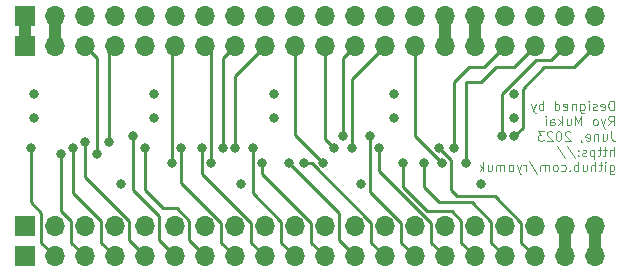
<source format=gbr>
%TF.GenerationSoftware,KiCad,Pcbnew,7.0.2*%
%TF.CreationDate,2023-06-15T20:21:22+09:00*%
%TF.ProjectId,TangNano5V,54616e67-4e61-46e6-9f35-562e6b696361,rev?*%
%TF.SameCoordinates,Original*%
%TF.FileFunction,Copper,L4,Bot*%
%TF.FilePolarity,Positive*%
%FSLAX46Y46*%
G04 Gerber Fmt 4.6, Leading zero omitted, Abs format (unit mm)*
G04 Created by KiCad (PCBNEW 7.0.2) date 2023-06-15 20:21:22*
%MOMM*%
%LPD*%
G01*
G04 APERTURE LIST*
%ADD10C,0.120000*%
%TA.AperFunction,NonConductor*%
%ADD11C,0.120000*%
%TD*%
%TA.AperFunction,ComponentPad*%
%ADD12R,1.700000X1.700000*%
%TD*%
%TA.AperFunction,ComponentPad*%
%ADD13O,1.700000X1.700000*%
%TD*%
%TA.AperFunction,ViaPad*%
%ADD14C,0.800000*%
%TD*%
%TA.AperFunction,Conductor*%
%ADD15C,0.250000*%
%TD*%
%TA.AperFunction,Conductor*%
%ADD16C,1.000000*%
%TD*%
G04 APERTURE END LIST*
D10*
D11*
X52387523Y-10466095D02*
X52387523Y-9666095D01*
X52387523Y-9666095D02*
X52197047Y-9666095D01*
X52197047Y-9666095D02*
X52082761Y-9704190D01*
X52082761Y-9704190D02*
X52006571Y-9780380D01*
X52006571Y-9780380D02*
X51968476Y-9856571D01*
X51968476Y-9856571D02*
X51930380Y-10008952D01*
X51930380Y-10008952D02*
X51930380Y-10123238D01*
X51930380Y-10123238D02*
X51968476Y-10275619D01*
X51968476Y-10275619D02*
X52006571Y-10351809D01*
X52006571Y-10351809D02*
X52082761Y-10428000D01*
X52082761Y-10428000D02*
X52197047Y-10466095D01*
X52197047Y-10466095D02*
X52387523Y-10466095D01*
X51282761Y-10428000D02*
X51358952Y-10466095D01*
X51358952Y-10466095D02*
X51511333Y-10466095D01*
X51511333Y-10466095D02*
X51587523Y-10428000D01*
X51587523Y-10428000D02*
X51625619Y-10351809D01*
X51625619Y-10351809D02*
X51625619Y-10047047D01*
X51625619Y-10047047D02*
X51587523Y-9970857D01*
X51587523Y-9970857D02*
X51511333Y-9932761D01*
X51511333Y-9932761D02*
X51358952Y-9932761D01*
X51358952Y-9932761D02*
X51282761Y-9970857D01*
X51282761Y-9970857D02*
X51244666Y-10047047D01*
X51244666Y-10047047D02*
X51244666Y-10123238D01*
X51244666Y-10123238D02*
X51625619Y-10199428D01*
X50939905Y-10428000D02*
X50863714Y-10466095D01*
X50863714Y-10466095D02*
X50711333Y-10466095D01*
X50711333Y-10466095D02*
X50635143Y-10428000D01*
X50635143Y-10428000D02*
X50597047Y-10351809D01*
X50597047Y-10351809D02*
X50597047Y-10313714D01*
X50597047Y-10313714D02*
X50635143Y-10237523D01*
X50635143Y-10237523D02*
X50711333Y-10199428D01*
X50711333Y-10199428D02*
X50825619Y-10199428D01*
X50825619Y-10199428D02*
X50901809Y-10161333D01*
X50901809Y-10161333D02*
X50939905Y-10085142D01*
X50939905Y-10085142D02*
X50939905Y-10047047D01*
X50939905Y-10047047D02*
X50901809Y-9970857D01*
X50901809Y-9970857D02*
X50825619Y-9932761D01*
X50825619Y-9932761D02*
X50711333Y-9932761D01*
X50711333Y-9932761D02*
X50635143Y-9970857D01*
X50254190Y-10466095D02*
X50254190Y-9932761D01*
X50254190Y-9666095D02*
X50292286Y-9704190D01*
X50292286Y-9704190D02*
X50254190Y-9742285D01*
X50254190Y-9742285D02*
X50216095Y-9704190D01*
X50216095Y-9704190D02*
X50254190Y-9666095D01*
X50254190Y-9666095D02*
X50254190Y-9742285D01*
X49530381Y-9932761D02*
X49530381Y-10580380D01*
X49530381Y-10580380D02*
X49568476Y-10656571D01*
X49568476Y-10656571D02*
X49606572Y-10694666D01*
X49606572Y-10694666D02*
X49682762Y-10732761D01*
X49682762Y-10732761D02*
X49797048Y-10732761D01*
X49797048Y-10732761D02*
X49873238Y-10694666D01*
X49530381Y-10428000D02*
X49606572Y-10466095D01*
X49606572Y-10466095D02*
X49758953Y-10466095D01*
X49758953Y-10466095D02*
X49835143Y-10428000D01*
X49835143Y-10428000D02*
X49873238Y-10389904D01*
X49873238Y-10389904D02*
X49911334Y-10313714D01*
X49911334Y-10313714D02*
X49911334Y-10085142D01*
X49911334Y-10085142D02*
X49873238Y-10008952D01*
X49873238Y-10008952D02*
X49835143Y-9970857D01*
X49835143Y-9970857D02*
X49758953Y-9932761D01*
X49758953Y-9932761D02*
X49606572Y-9932761D01*
X49606572Y-9932761D02*
X49530381Y-9970857D01*
X49149428Y-9932761D02*
X49149428Y-10466095D01*
X49149428Y-10008952D02*
X49111333Y-9970857D01*
X49111333Y-9970857D02*
X49035143Y-9932761D01*
X49035143Y-9932761D02*
X48920857Y-9932761D01*
X48920857Y-9932761D02*
X48844666Y-9970857D01*
X48844666Y-9970857D02*
X48806571Y-10047047D01*
X48806571Y-10047047D02*
X48806571Y-10466095D01*
X48120856Y-10428000D02*
X48197047Y-10466095D01*
X48197047Y-10466095D02*
X48349428Y-10466095D01*
X48349428Y-10466095D02*
X48425618Y-10428000D01*
X48425618Y-10428000D02*
X48463714Y-10351809D01*
X48463714Y-10351809D02*
X48463714Y-10047047D01*
X48463714Y-10047047D02*
X48425618Y-9970857D01*
X48425618Y-9970857D02*
X48349428Y-9932761D01*
X48349428Y-9932761D02*
X48197047Y-9932761D01*
X48197047Y-9932761D02*
X48120856Y-9970857D01*
X48120856Y-9970857D02*
X48082761Y-10047047D01*
X48082761Y-10047047D02*
X48082761Y-10123238D01*
X48082761Y-10123238D02*
X48463714Y-10199428D01*
X47397047Y-10466095D02*
X47397047Y-9666095D01*
X47397047Y-10428000D02*
X47473238Y-10466095D01*
X47473238Y-10466095D02*
X47625619Y-10466095D01*
X47625619Y-10466095D02*
X47701809Y-10428000D01*
X47701809Y-10428000D02*
X47739904Y-10389904D01*
X47739904Y-10389904D02*
X47778000Y-10313714D01*
X47778000Y-10313714D02*
X47778000Y-10085142D01*
X47778000Y-10085142D02*
X47739904Y-10008952D01*
X47739904Y-10008952D02*
X47701809Y-9970857D01*
X47701809Y-9970857D02*
X47625619Y-9932761D01*
X47625619Y-9932761D02*
X47473238Y-9932761D01*
X47473238Y-9932761D02*
X47397047Y-9970857D01*
X46406570Y-10466095D02*
X46406570Y-9666095D01*
X46406570Y-9970857D02*
X46330380Y-9932761D01*
X46330380Y-9932761D02*
X46177999Y-9932761D01*
X46177999Y-9932761D02*
X46101808Y-9970857D01*
X46101808Y-9970857D02*
X46063713Y-10008952D01*
X46063713Y-10008952D02*
X46025618Y-10085142D01*
X46025618Y-10085142D02*
X46025618Y-10313714D01*
X46025618Y-10313714D02*
X46063713Y-10389904D01*
X46063713Y-10389904D02*
X46101808Y-10428000D01*
X46101808Y-10428000D02*
X46177999Y-10466095D01*
X46177999Y-10466095D02*
X46330380Y-10466095D01*
X46330380Y-10466095D02*
X46406570Y-10428000D01*
X45758951Y-9932761D02*
X45568475Y-10466095D01*
X45377998Y-9932761D02*
X45568475Y-10466095D01*
X45568475Y-10466095D02*
X45644665Y-10656571D01*
X45644665Y-10656571D02*
X45682760Y-10694666D01*
X45682760Y-10694666D02*
X45758951Y-10732761D01*
X51930380Y-11762095D02*
X52197047Y-11381142D01*
X52387523Y-11762095D02*
X52387523Y-10962095D01*
X52387523Y-10962095D02*
X52082761Y-10962095D01*
X52082761Y-10962095D02*
X52006571Y-11000190D01*
X52006571Y-11000190D02*
X51968476Y-11038285D01*
X51968476Y-11038285D02*
X51930380Y-11114476D01*
X51930380Y-11114476D02*
X51930380Y-11228761D01*
X51930380Y-11228761D02*
X51968476Y-11304952D01*
X51968476Y-11304952D02*
X52006571Y-11343047D01*
X52006571Y-11343047D02*
X52082761Y-11381142D01*
X52082761Y-11381142D02*
X52387523Y-11381142D01*
X51663714Y-11228761D02*
X51473238Y-11762095D01*
X51282761Y-11228761D02*
X51473238Y-11762095D01*
X51473238Y-11762095D02*
X51549428Y-11952571D01*
X51549428Y-11952571D02*
X51587523Y-11990666D01*
X51587523Y-11990666D02*
X51663714Y-12028761D01*
X50863714Y-11762095D02*
X50939904Y-11724000D01*
X50939904Y-11724000D02*
X50977999Y-11685904D01*
X50977999Y-11685904D02*
X51016095Y-11609714D01*
X51016095Y-11609714D02*
X51016095Y-11381142D01*
X51016095Y-11381142D02*
X50977999Y-11304952D01*
X50977999Y-11304952D02*
X50939904Y-11266857D01*
X50939904Y-11266857D02*
X50863714Y-11228761D01*
X50863714Y-11228761D02*
X50749428Y-11228761D01*
X50749428Y-11228761D02*
X50673237Y-11266857D01*
X50673237Y-11266857D02*
X50635142Y-11304952D01*
X50635142Y-11304952D02*
X50597047Y-11381142D01*
X50597047Y-11381142D02*
X50597047Y-11609714D01*
X50597047Y-11609714D02*
X50635142Y-11685904D01*
X50635142Y-11685904D02*
X50673237Y-11724000D01*
X50673237Y-11724000D02*
X50749428Y-11762095D01*
X50749428Y-11762095D02*
X50863714Y-11762095D01*
X49644665Y-11762095D02*
X49644665Y-10962095D01*
X49644665Y-10962095D02*
X49377999Y-11533523D01*
X49377999Y-11533523D02*
X49111332Y-10962095D01*
X49111332Y-10962095D02*
X49111332Y-11762095D01*
X48387522Y-11228761D02*
X48387522Y-11762095D01*
X48730379Y-11228761D02*
X48730379Y-11647809D01*
X48730379Y-11647809D02*
X48692284Y-11724000D01*
X48692284Y-11724000D02*
X48616094Y-11762095D01*
X48616094Y-11762095D02*
X48501808Y-11762095D01*
X48501808Y-11762095D02*
X48425617Y-11724000D01*
X48425617Y-11724000D02*
X48387522Y-11685904D01*
X48006569Y-11762095D02*
X48006569Y-10962095D01*
X47930379Y-11457333D02*
X47701807Y-11762095D01*
X47701807Y-11228761D02*
X48006569Y-11533523D01*
X47016093Y-11762095D02*
X47016093Y-11343047D01*
X47016093Y-11343047D02*
X47054188Y-11266857D01*
X47054188Y-11266857D02*
X47130379Y-11228761D01*
X47130379Y-11228761D02*
X47282760Y-11228761D01*
X47282760Y-11228761D02*
X47358950Y-11266857D01*
X47016093Y-11724000D02*
X47092284Y-11762095D01*
X47092284Y-11762095D02*
X47282760Y-11762095D01*
X47282760Y-11762095D02*
X47358950Y-11724000D01*
X47358950Y-11724000D02*
X47397046Y-11647809D01*
X47397046Y-11647809D02*
X47397046Y-11571619D01*
X47397046Y-11571619D02*
X47358950Y-11495428D01*
X47358950Y-11495428D02*
X47282760Y-11457333D01*
X47282760Y-11457333D02*
X47092284Y-11457333D01*
X47092284Y-11457333D02*
X47016093Y-11419238D01*
X46635140Y-11762095D02*
X46635140Y-11228761D01*
X46635140Y-10962095D02*
X46673236Y-11000190D01*
X46673236Y-11000190D02*
X46635140Y-11038285D01*
X46635140Y-11038285D02*
X46597045Y-11000190D01*
X46597045Y-11000190D02*
X46635140Y-10962095D01*
X46635140Y-10962095D02*
X46635140Y-11038285D01*
X52158952Y-12258095D02*
X52158952Y-12829523D01*
X52158952Y-12829523D02*
X52197047Y-12943809D01*
X52197047Y-12943809D02*
X52273238Y-13020000D01*
X52273238Y-13020000D02*
X52387523Y-13058095D01*
X52387523Y-13058095D02*
X52463714Y-13058095D01*
X51435142Y-12524761D02*
X51435142Y-13058095D01*
X51777999Y-12524761D02*
X51777999Y-12943809D01*
X51777999Y-12943809D02*
X51739904Y-13020000D01*
X51739904Y-13020000D02*
X51663714Y-13058095D01*
X51663714Y-13058095D02*
X51549428Y-13058095D01*
X51549428Y-13058095D02*
X51473237Y-13020000D01*
X51473237Y-13020000D02*
X51435142Y-12981904D01*
X51054189Y-12524761D02*
X51054189Y-13058095D01*
X51054189Y-12600952D02*
X51016094Y-12562857D01*
X51016094Y-12562857D02*
X50939904Y-12524761D01*
X50939904Y-12524761D02*
X50825618Y-12524761D01*
X50825618Y-12524761D02*
X50749427Y-12562857D01*
X50749427Y-12562857D02*
X50711332Y-12639047D01*
X50711332Y-12639047D02*
X50711332Y-13058095D01*
X50025617Y-13020000D02*
X50101808Y-13058095D01*
X50101808Y-13058095D02*
X50254189Y-13058095D01*
X50254189Y-13058095D02*
X50330379Y-13020000D01*
X50330379Y-13020000D02*
X50368475Y-12943809D01*
X50368475Y-12943809D02*
X50368475Y-12639047D01*
X50368475Y-12639047D02*
X50330379Y-12562857D01*
X50330379Y-12562857D02*
X50254189Y-12524761D01*
X50254189Y-12524761D02*
X50101808Y-12524761D01*
X50101808Y-12524761D02*
X50025617Y-12562857D01*
X50025617Y-12562857D02*
X49987522Y-12639047D01*
X49987522Y-12639047D02*
X49987522Y-12715238D01*
X49987522Y-12715238D02*
X50368475Y-12791428D01*
X49606570Y-13020000D02*
X49606570Y-13058095D01*
X49606570Y-13058095D02*
X49644665Y-13134285D01*
X49644665Y-13134285D02*
X49682761Y-13172380D01*
X48692285Y-12334285D02*
X48654189Y-12296190D01*
X48654189Y-12296190D02*
X48577999Y-12258095D01*
X48577999Y-12258095D02*
X48387523Y-12258095D01*
X48387523Y-12258095D02*
X48311332Y-12296190D01*
X48311332Y-12296190D02*
X48273237Y-12334285D01*
X48273237Y-12334285D02*
X48235142Y-12410476D01*
X48235142Y-12410476D02*
X48235142Y-12486666D01*
X48235142Y-12486666D02*
X48273237Y-12600952D01*
X48273237Y-12600952D02*
X48730380Y-13058095D01*
X48730380Y-13058095D02*
X48235142Y-13058095D01*
X47739903Y-12258095D02*
X47663713Y-12258095D01*
X47663713Y-12258095D02*
X47587522Y-12296190D01*
X47587522Y-12296190D02*
X47549427Y-12334285D01*
X47549427Y-12334285D02*
X47511332Y-12410476D01*
X47511332Y-12410476D02*
X47473237Y-12562857D01*
X47473237Y-12562857D02*
X47473237Y-12753333D01*
X47473237Y-12753333D02*
X47511332Y-12905714D01*
X47511332Y-12905714D02*
X47549427Y-12981904D01*
X47549427Y-12981904D02*
X47587522Y-13020000D01*
X47587522Y-13020000D02*
X47663713Y-13058095D01*
X47663713Y-13058095D02*
X47739903Y-13058095D01*
X47739903Y-13058095D02*
X47816094Y-13020000D01*
X47816094Y-13020000D02*
X47854189Y-12981904D01*
X47854189Y-12981904D02*
X47892284Y-12905714D01*
X47892284Y-12905714D02*
X47930380Y-12753333D01*
X47930380Y-12753333D02*
X47930380Y-12562857D01*
X47930380Y-12562857D02*
X47892284Y-12410476D01*
X47892284Y-12410476D02*
X47854189Y-12334285D01*
X47854189Y-12334285D02*
X47816094Y-12296190D01*
X47816094Y-12296190D02*
X47739903Y-12258095D01*
X47168475Y-12334285D02*
X47130379Y-12296190D01*
X47130379Y-12296190D02*
X47054189Y-12258095D01*
X47054189Y-12258095D02*
X46863713Y-12258095D01*
X46863713Y-12258095D02*
X46787522Y-12296190D01*
X46787522Y-12296190D02*
X46749427Y-12334285D01*
X46749427Y-12334285D02*
X46711332Y-12410476D01*
X46711332Y-12410476D02*
X46711332Y-12486666D01*
X46711332Y-12486666D02*
X46749427Y-12600952D01*
X46749427Y-12600952D02*
X47206570Y-13058095D01*
X47206570Y-13058095D02*
X46711332Y-13058095D01*
X46444665Y-12258095D02*
X45949427Y-12258095D01*
X45949427Y-12258095D02*
X46216093Y-12562857D01*
X46216093Y-12562857D02*
X46101808Y-12562857D01*
X46101808Y-12562857D02*
X46025617Y-12600952D01*
X46025617Y-12600952D02*
X45987522Y-12639047D01*
X45987522Y-12639047D02*
X45949427Y-12715238D01*
X45949427Y-12715238D02*
X45949427Y-12905714D01*
X45949427Y-12905714D02*
X45987522Y-12981904D01*
X45987522Y-12981904D02*
X46025617Y-13020000D01*
X46025617Y-13020000D02*
X46101808Y-13058095D01*
X46101808Y-13058095D02*
X46330379Y-13058095D01*
X46330379Y-13058095D02*
X46406570Y-13020000D01*
X46406570Y-13020000D02*
X46444665Y-12981904D01*
X52387523Y-14354095D02*
X52387523Y-13554095D01*
X52044666Y-14354095D02*
X52044666Y-13935047D01*
X52044666Y-13935047D02*
X52082761Y-13858857D01*
X52082761Y-13858857D02*
X52158952Y-13820761D01*
X52158952Y-13820761D02*
X52273238Y-13820761D01*
X52273238Y-13820761D02*
X52349428Y-13858857D01*
X52349428Y-13858857D02*
X52387523Y-13896952D01*
X51777999Y-13820761D02*
X51473237Y-13820761D01*
X51663713Y-13554095D02*
X51663713Y-14239809D01*
X51663713Y-14239809D02*
X51625618Y-14316000D01*
X51625618Y-14316000D02*
X51549428Y-14354095D01*
X51549428Y-14354095D02*
X51473237Y-14354095D01*
X51320856Y-13820761D02*
X51016094Y-13820761D01*
X51206570Y-13554095D02*
X51206570Y-14239809D01*
X51206570Y-14239809D02*
X51168475Y-14316000D01*
X51168475Y-14316000D02*
X51092285Y-14354095D01*
X51092285Y-14354095D02*
X51016094Y-14354095D01*
X50749427Y-13820761D02*
X50749427Y-14620761D01*
X50749427Y-13858857D02*
X50673237Y-13820761D01*
X50673237Y-13820761D02*
X50520856Y-13820761D01*
X50520856Y-13820761D02*
X50444665Y-13858857D01*
X50444665Y-13858857D02*
X50406570Y-13896952D01*
X50406570Y-13896952D02*
X50368475Y-13973142D01*
X50368475Y-13973142D02*
X50368475Y-14201714D01*
X50368475Y-14201714D02*
X50406570Y-14277904D01*
X50406570Y-14277904D02*
X50444665Y-14316000D01*
X50444665Y-14316000D02*
X50520856Y-14354095D01*
X50520856Y-14354095D02*
X50673237Y-14354095D01*
X50673237Y-14354095D02*
X50749427Y-14316000D01*
X50063713Y-14316000D02*
X49987522Y-14354095D01*
X49987522Y-14354095D02*
X49835141Y-14354095D01*
X49835141Y-14354095D02*
X49758951Y-14316000D01*
X49758951Y-14316000D02*
X49720855Y-14239809D01*
X49720855Y-14239809D02*
X49720855Y-14201714D01*
X49720855Y-14201714D02*
X49758951Y-14125523D01*
X49758951Y-14125523D02*
X49835141Y-14087428D01*
X49835141Y-14087428D02*
X49949427Y-14087428D01*
X49949427Y-14087428D02*
X50025617Y-14049333D01*
X50025617Y-14049333D02*
X50063713Y-13973142D01*
X50063713Y-13973142D02*
X50063713Y-13935047D01*
X50063713Y-13935047D02*
X50025617Y-13858857D01*
X50025617Y-13858857D02*
X49949427Y-13820761D01*
X49949427Y-13820761D02*
X49835141Y-13820761D01*
X49835141Y-13820761D02*
X49758951Y-13858857D01*
X49377998Y-14277904D02*
X49339903Y-14316000D01*
X49339903Y-14316000D02*
X49377998Y-14354095D01*
X49377998Y-14354095D02*
X49416094Y-14316000D01*
X49416094Y-14316000D02*
X49377998Y-14277904D01*
X49377998Y-14277904D02*
X49377998Y-14354095D01*
X49377998Y-13858857D02*
X49339903Y-13896952D01*
X49339903Y-13896952D02*
X49377998Y-13935047D01*
X49377998Y-13935047D02*
X49416094Y-13896952D01*
X49416094Y-13896952D02*
X49377998Y-13858857D01*
X49377998Y-13858857D02*
X49377998Y-13935047D01*
X48425618Y-13516000D02*
X49111332Y-14544571D01*
X47587523Y-13516000D02*
X48273237Y-14544571D01*
X52044666Y-15116761D02*
X52044666Y-15764380D01*
X52044666Y-15764380D02*
X52082761Y-15840571D01*
X52082761Y-15840571D02*
X52120857Y-15878666D01*
X52120857Y-15878666D02*
X52197047Y-15916761D01*
X52197047Y-15916761D02*
X52311333Y-15916761D01*
X52311333Y-15916761D02*
X52387523Y-15878666D01*
X52044666Y-15612000D02*
X52120857Y-15650095D01*
X52120857Y-15650095D02*
X52273238Y-15650095D01*
X52273238Y-15650095D02*
X52349428Y-15612000D01*
X52349428Y-15612000D02*
X52387523Y-15573904D01*
X52387523Y-15573904D02*
X52425619Y-15497714D01*
X52425619Y-15497714D02*
X52425619Y-15269142D01*
X52425619Y-15269142D02*
X52387523Y-15192952D01*
X52387523Y-15192952D02*
X52349428Y-15154857D01*
X52349428Y-15154857D02*
X52273238Y-15116761D01*
X52273238Y-15116761D02*
X52120857Y-15116761D01*
X52120857Y-15116761D02*
X52044666Y-15154857D01*
X51663713Y-15650095D02*
X51663713Y-15116761D01*
X51663713Y-14850095D02*
X51701809Y-14888190D01*
X51701809Y-14888190D02*
X51663713Y-14926285D01*
X51663713Y-14926285D02*
X51625618Y-14888190D01*
X51625618Y-14888190D02*
X51663713Y-14850095D01*
X51663713Y-14850095D02*
X51663713Y-14926285D01*
X51397047Y-15116761D02*
X51092285Y-15116761D01*
X51282761Y-14850095D02*
X51282761Y-15535809D01*
X51282761Y-15535809D02*
X51244666Y-15612000D01*
X51244666Y-15612000D02*
X51168476Y-15650095D01*
X51168476Y-15650095D02*
X51092285Y-15650095D01*
X50825618Y-15650095D02*
X50825618Y-14850095D01*
X50482761Y-15650095D02*
X50482761Y-15231047D01*
X50482761Y-15231047D02*
X50520856Y-15154857D01*
X50520856Y-15154857D02*
X50597047Y-15116761D01*
X50597047Y-15116761D02*
X50711333Y-15116761D01*
X50711333Y-15116761D02*
X50787523Y-15154857D01*
X50787523Y-15154857D02*
X50825618Y-15192952D01*
X49758951Y-15116761D02*
X49758951Y-15650095D01*
X50101808Y-15116761D02*
X50101808Y-15535809D01*
X50101808Y-15535809D02*
X50063713Y-15612000D01*
X50063713Y-15612000D02*
X49987523Y-15650095D01*
X49987523Y-15650095D02*
X49873237Y-15650095D01*
X49873237Y-15650095D02*
X49797046Y-15612000D01*
X49797046Y-15612000D02*
X49758951Y-15573904D01*
X49377998Y-15650095D02*
X49377998Y-14850095D01*
X49377998Y-15154857D02*
X49301808Y-15116761D01*
X49301808Y-15116761D02*
X49149427Y-15116761D01*
X49149427Y-15116761D02*
X49073236Y-15154857D01*
X49073236Y-15154857D02*
X49035141Y-15192952D01*
X49035141Y-15192952D02*
X48997046Y-15269142D01*
X48997046Y-15269142D02*
X48997046Y-15497714D01*
X48997046Y-15497714D02*
X49035141Y-15573904D01*
X49035141Y-15573904D02*
X49073236Y-15612000D01*
X49073236Y-15612000D02*
X49149427Y-15650095D01*
X49149427Y-15650095D02*
X49301808Y-15650095D01*
X49301808Y-15650095D02*
X49377998Y-15612000D01*
X48654188Y-15573904D02*
X48616093Y-15612000D01*
X48616093Y-15612000D02*
X48654188Y-15650095D01*
X48654188Y-15650095D02*
X48692284Y-15612000D01*
X48692284Y-15612000D02*
X48654188Y-15573904D01*
X48654188Y-15573904D02*
X48654188Y-15650095D01*
X47930379Y-15612000D02*
X48006570Y-15650095D01*
X48006570Y-15650095D02*
X48158951Y-15650095D01*
X48158951Y-15650095D02*
X48235141Y-15612000D01*
X48235141Y-15612000D02*
X48273236Y-15573904D01*
X48273236Y-15573904D02*
X48311332Y-15497714D01*
X48311332Y-15497714D02*
X48311332Y-15269142D01*
X48311332Y-15269142D02*
X48273236Y-15192952D01*
X48273236Y-15192952D02*
X48235141Y-15154857D01*
X48235141Y-15154857D02*
X48158951Y-15116761D01*
X48158951Y-15116761D02*
X48006570Y-15116761D01*
X48006570Y-15116761D02*
X47930379Y-15154857D01*
X47473237Y-15650095D02*
X47549427Y-15612000D01*
X47549427Y-15612000D02*
X47587522Y-15573904D01*
X47587522Y-15573904D02*
X47625618Y-15497714D01*
X47625618Y-15497714D02*
X47625618Y-15269142D01*
X47625618Y-15269142D02*
X47587522Y-15192952D01*
X47587522Y-15192952D02*
X47549427Y-15154857D01*
X47549427Y-15154857D02*
X47473237Y-15116761D01*
X47473237Y-15116761D02*
X47358951Y-15116761D01*
X47358951Y-15116761D02*
X47282760Y-15154857D01*
X47282760Y-15154857D02*
X47244665Y-15192952D01*
X47244665Y-15192952D02*
X47206570Y-15269142D01*
X47206570Y-15269142D02*
X47206570Y-15497714D01*
X47206570Y-15497714D02*
X47244665Y-15573904D01*
X47244665Y-15573904D02*
X47282760Y-15612000D01*
X47282760Y-15612000D02*
X47358951Y-15650095D01*
X47358951Y-15650095D02*
X47473237Y-15650095D01*
X46863712Y-15650095D02*
X46863712Y-15116761D01*
X46863712Y-15192952D02*
X46825617Y-15154857D01*
X46825617Y-15154857D02*
X46749427Y-15116761D01*
X46749427Y-15116761D02*
X46635141Y-15116761D01*
X46635141Y-15116761D02*
X46558950Y-15154857D01*
X46558950Y-15154857D02*
X46520855Y-15231047D01*
X46520855Y-15231047D02*
X46520855Y-15650095D01*
X46520855Y-15231047D02*
X46482760Y-15154857D01*
X46482760Y-15154857D02*
X46406569Y-15116761D01*
X46406569Y-15116761D02*
X46292284Y-15116761D01*
X46292284Y-15116761D02*
X46216093Y-15154857D01*
X46216093Y-15154857D02*
X46177998Y-15231047D01*
X46177998Y-15231047D02*
X46177998Y-15650095D01*
X45225617Y-14812000D02*
X45911331Y-15840571D01*
X44958950Y-15650095D02*
X44958950Y-15116761D01*
X44958950Y-15269142D02*
X44920855Y-15192952D01*
X44920855Y-15192952D02*
X44882760Y-15154857D01*
X44882760Y-15154857D02*
X44806569Y-15116761D01*
X44806569Y-15116761D02*
X44730379Y-15116761D01*
X44539903Y-15116761D02*
X44349427Y-15650095D01*
X44158950Y-15116761D02*
X44349427Y-15650095D01*
X44349427Y-15650095D02*
X44425617Y-15840571D01*
X44425617Y-15840571D02*
X44463712Y-15878666D01*
X44463712Y-15878666D02*
X44539903Y-15916761D01*
X43739903Y-15650095D02*
X43816093Y-15612000D01*
X43816093Y-15612000D02*
X43854188Y-15573904D01*
X43854188Y-15573904D02*
X43892284Y-15497714D01*
X43892284Y-15497714D02*
X43892284Y-15269142D01*
X43892284Y-15269142D02*
X43854188Y-15192952D01*
X43854188Y-15192952D02*
X43816093Y-15154857D01*
X43816093Y-15154857D02*
X43739903Y-15116761D01*
X43739903Y-15116761D02*
X43625617Y-15116761D01*
X43625617Y-15116761D02*
X43549426Y-15154857D01*
X43549426Y-15154857D02*
X43511331Y-15192952D01*
X43511331Y-15192952D02*
X43473236Y-15269142D01*
X43473236Y-15269142D02*
X43473236Y-15497714D01*
X43473236Y-15497714D02*
X43511331Y-15573904D01*
X43511331Y-15573904D02*
X43549426Y-15612000D01*
X43549426Y-15612000D02*
X43625617Y-15650095D01*
X43625617Y-15650095D02*
X43739903Y-15650095D01*
X43130378Y-15650095D02*
X43130378Y-15116761D01*
X43130378Y-15192952D02*
X43092283Y-15154857D01*
X43092283Y-15154857D02*
X43016093Y-15116761D01*
X43016093Y-15116761D02*
X42901807Y-15116761D01*
X42901807Y-15116761D02*
X42825616Y-15154857D01*
X42825616Y-15154857D02*
X42787521Y-15231047D01*
X42787521Y-15231047D02*
X42787521Y-15650095D01*
X42787521Y-15231047D02*
X42749426Y-15154857D01*
X42749426Y-15154857D02*
X42673235Y-15116761D01*
X42673235Y-15116761D02*
X42558950Y-15116761D01*
X42558950Y-15116761D02*
X42482759Y-15154857D01*
X42482759Y-15154857D02*
X42444664Y-15231047D01*
X42444664Y-15231047D02*
X42444664Y-15650095D01*
X41720854Y-15116761D02*
X41720854Y-15650095D01*
X42063711Y-15116761D02*
X42063711Y-15535809D01*
X42063711Y-15535809D02*
X42025616Y-15612000D01*
X42025616Y-15612000D02*
X41949426Y-15650095D01*
X41949426Y-15650095D02*
X41835140Y-15650095D01*
X41835140Y-15650095D02*
X41758949Y-15612000D01*
X41758949Y-15612000D02*
X41720854Y-15573904D01*
X41339901Y-15650095D02*
X41339901Y-14850095D01*
X41263711Y-15345333D02*
X41035139Y-15650095D01*
X41035139Y-15116761D02*
X41339901Y-15421523D01*
D12*
%TO.P,J2,1,Pin_1*%
%TO.N,+5V*%
X2540000Y-2540000D03*
D13*
%TO.P,J2,2,Pin_2*%
%TO.N,GND*%
X5080000Y-2540000D03*
%TO.P,J2,3,Pin_3*%
%TO.N,PIN76*%
X7620000Y-2540000D03*
%TO.P,J2,4,Pin_4*%
%TO.N,PIN80*%
X10160000Y-2540000D03*
%TO.P,J2,5,Pin_5*%
%TO.N,PIN42*%
X12700000Y-2540000D03*
%TO.P,J2,6,Pin_6*%
%TO.N,PIN41*%
X15240000Y-2540000D03*
%TO.P,J2,7,Pin_7*%
%TO.N,PIN56*%
X17780000Y-2540000D03*
%TO.P,J2,8,Pin_8*%
%TO.N,PIN54*%
X20320000Y-2540000D03*
%TO.P,J2,9,Pin_9*%
%TO.N,PIN51*%
X22860000Y-2540000D03*
%TO.P,J2,10,Pin_10*%
%TO.N,PIN48*%
X25400000Y-2540000D03*
%TO.P,J2,11,Pin_11*%
%TO.N,PIN55*%
X27940000Y-2540000D03*
%TO.P,J2,12,Pin_12*%
%TO.N,PIN49*%
X30480000Y-2540000D03*
%TO.P,J2,13,Pin_13*%
%TO.N,PIN86*%
X33020000Y-2540000D03*
%TO.P,J2,14,Pin_14*%
%TO.N,PIN79*%
X35560000Y-2540000D03*
%TO.P,J2,15,Pin_15*%
%TO.N,GND*%
X38100000Y-2540000D03*
%TO.P,J2,16,Pin_16*%
%TO.N,+3.3V*%
X40640000Y-2540000D03*
%TO.P,J2,17,Pin_17*%
%TO.N,PIN72*%
X43180000Y-2540000D03*
%TO.P,J2,18,Pin_18*%
%TO.N,PIN71*%
X45720000Y-2540000D03*
%TO.P,J2,19,Pin_19*%
%TO.N,PIN53*%
X48260000Y-2540000D03*
%TO.P,J2,20,Pin_20*%
%TO.N,PIN52*%
X50800000Y-2540000D03*
%TD*%
D12*
%TO.P,J1,1,Pin_1*%
%TO.N,PIN73*%
X2540000Y-22860000D03*
D13*
%TO.P,J1,2,Pin_2*%
%TO.N,PIN74*%
X5080000Y-22860000D03*
%TO.P,J1,3,Pin_3*%
%TO.N,PIN75*%
X7620000Y-22860000D03*
%TO.P,J1,4,Pin_4*%
%TO.N,PIN85*%
X10160000Y-22860000D03*
%TO.P,J1,5,Pin_5*%
%TO.N,PIN77*%
X12700000Y-22860000D03*
%TO.P,J1,6,Pin_6*%
%TO.N,PIN15*%
X15240000Y-22860000D03*
%TO.P,J1,7,Pin_7*%
%TO.N,PIN16*%
X17780000Y-22860000D03*
%TO.P,J1,8,Pin_8*%
%TO.N,PIN27*%
X20320000Y-22860000D03*
%TO.P,J1,9,Pin_9*%
%TO.N,PIN28*%
X22860000Y-22860000D03*
%TO.P,J1,10,Pin_10*%
%TO.N,PIN25*%
X25400000Y-22860000D03*
%TO.P,J1,11,Pin_11*%
%TO.N,PIN26*%
X27940000Y-22860000D03*
%TO.P,J1,12,Pin_12*%
%TO.N,PIN29*%
X30480000Y-22860000D03*
%TO.P,J1,13,Pin_13*%
%TO.N,PIN30*%
X33020000Y-22860000D03*
%TO.P,J1,14,Pin_14*%
%TO.N,PIN31*%
X35560000Y-22860000D03*
%TO.P,J1,15,Pin_15*%
%TO.N,PIN17*%
X38100000Y-22860000D03*
%TO.P,J1,16,Pin_16*%
%TO.N,PIN20*%
X40640000Y-22860000D03*
%TO.P,J1,17,Pin_17*%
%TO.N,PIN19*%
X43180000Y-22860000D03*
%TO.P,J1,18,Pin_18*%
%TO.N,PIN18*%
X45720000Y-22860000D03*
%TO.P,J1,19,Pin_19*%
%TO.N,+3.3V*%
X48260000Y-22860000D03*
%TO.P,J1,20,Pin_20*%
%TO.N,GND*%
X50800000Y-22860000D03*
%TD*%
D12*
%TO.P,J4,1,Pin_1*%
%TO.N,+5V*%
X2540000Y-5080000D03*
D13*
%TO.P,J4,2,Pin_2*%
%TO.N,GND*%
X5080000Y-5080000D03*
%TO.P,J4,3,Pin_3*%
%TO.N,PIN76_H*%
X7620000Y-5080000D03*
%TO.P,J4,4,Pin_4*%
%TO.N,PIN80_H*%
X10160000Y-5080000D03*
%TO.P,J4,5,Pin_5*%
%TO.N,PIN42_H*%
X12700000Y-5080000D03*
%TO.P,J4,6,Pin_6*%
%TO.N,PIN41_H*%
X15240000Y-5080000D03*
%TO.P,J4,7,Pin_7*%
%TO.N,PIN56_H*%
X17780000Y-5080000D03*
%TO.P,J4,8,Pin_8*%
%TO.N,PIN54_H*%
X20320000Y-5080000D03*
%TO.P,J4,9,Pin_9*%
%TO.N,PIN51_H*%
X22860000Y-5080000D03*
%TO.P,J4,10,Pin_10*%
%TO.N,PIN48_H*%
X25400000Y-5080000D03*
%TO.P,J4,11,Pin_11*%
%TO.N,PIN55_H*%
X27940000Y-5080000D03*
%TO.P,J4,12,Pin_12*%
%TO.N,PIN49_H*%
X30480000Y-5080000D03*
%TO.P,J4,13,Pin_13*%
%TO.N,PIN86_H*%
X33020000Y-5080000D03*
%TO.P,J4,14,Pin_14*%
%TO.N,PIN79_H*%
X35560000Y-5080000D03*
%TO.P,J4,15,Pin_15*%
%TO.N,GND*%
X38100000Y-5080000D03*
%TO.P,J4,16,Pin_16*%
%TO.N,+3.3V*%
X40640000Y-5080000D03*
%TO.P,J4,17,Pin_17*%
%TO.N,PIN72_H*%
X43180000Y-5080000D03*
%TO.P,J4,18,Pin_18*%
%TO.N,PIN71_H*%
X45720000Y-5080000D03*
%TO.P,J4,19,Pin_19*%
%TO.N,PIN53_H*%
X48260000Y-5080000D03*
%TO.P,J4,20,Pin_20*%
%TO.N,PIN52_H*%
X50800000Y-5080000D03*
%TD*%
D12*
%TO.P,J3,1,Pin_1*%
%TO.N,PIN73_H*%
X2540000Y-20320000D03*
D13*
%TO.P,J3,2,Pin_2*%
%TO.N,PIN74_H*%
X5080000Y-20320000D03*
%TO.P,J3,3,Pin_3*%
%TO.N,PIN75_H*%
X7620000Y-20320000D03*
%TO.P,J3,4,Pin_4*%
%TO.N,PIN85_H*%
X10160000Y-20320000D03*
%TO.P,J3,5,Pin_5*%
%TO.N,PIN77_H*%
X12700000Y-20320000D03*
%TO.P,J3,6,Pin_6*%
%TO.N,PIN15_H*%
X15240000Y-20320000D03*
%TO.P,J3,7,Pin_7*%
%TO.N,PIN16_H*%
X17780000Y-20320000D03*
%TO.P,J3,8,Pin_8*%
%TO.N,PIN27_H*%
X20320000Y-20320000D03*
%TO.P,J3,9,Pin_9*%
%TO.N,PIN28_H*%
X22860000Y-20320000D03*
%TO.P,J3,10,Pin_10*%
%TO.N,PIN25_H*%
X25400000Y-20320000D03*
%TO.P,J3,11,Pin_11*%
%TO.N,PIN26_H*%
X27940000Y-20320000D03*
%TO.P,J3,12,Pin_12*%
%TO.N,PIN29_H*%
X30480000Y-20320000D03*
%TO.P,J3,13,Pin_13*%
%TO.N,PIN30_H*%
X33020000Y-20320000D03*
%TO.P,J3,14,Pin_14*%
%TO.N,PIN31_H*%
X35560000Y-20320000D03*
%TO.P,J3,15,Pin_15*%
%TO.N,PIN17_H*%
X38100000Y-20320000D03*
%TO.P,J3,16,Pin_16*%
%TO.N,PIN20_H*%
X40640000Y-20320000D03*
%TO.P,J3,17,Pin_17*%
%TO.N,PIN19_H*%
X43180000Y-20320000D03*
%TO.P,J3,18,Pin_18*%
%TO.N,PIN18_H*%
X45720000Y-20320000D03*
%TO.P,J3,19,Pin_19*%
%TO.N,+3.3V*%
X48260000Y-20320000D03*
%TO.P,J3,20,Pin_20*%
%TO.N,GND*%
X50800000Y-20320000D03*
%TD*%
D14*
%TO.N,PIN52_H*%
X43946299Y-12695701D03*
%TO.N,PIN53_H*%
X42926000Y-12700000D03*
%TO.N,PIN71_H*%
X39878000Y-14986000D03*
%TO.N,PIN72_H*%
X38862000Y-13716000D03*
%TO.N,PIN18*%
X37600598Y-13716000D03*
%TO.N,PIN79_H*%
X37846000Y-14986000D03*
%TO.N,PIN19*%
X36322000Y-14986000D03*
%TO.N,PIN20*%
X34544000Y-14986000D03*
%TO.N,PIN17*%
X32512000Y-13716000D03*
%TO.N,PIN31*%
X31750000Y-12700000D03*
%TO.N,PIN86_H*%
X30226000Y-13716000D03*
%TO.N,PIN49_H*%
X29464000Y-12700000D03*
%TO.N,PIN55_H*%
X28702000Y-13716000D03*
%TO.N,PIN48_H*%
X27759149Y-14912850D03*
%TO.N,PIN30*%
X26162000Y-14986000D03*
%TO.N,PIN29*%
X24892000Y-14986000D03*
%TO.N,PIN26*%
X22606000Y-14986000D03*
%TO.N,PIN25*%
X21844000Y-13716000D03*
%TO.N,PIN51_H*%
X20320000Y-13716000D03*
%TO.N,PIN54_H*%
X19304000Y-13716000D03*
%TO.N,PIN56_H*%
X18250500Y-14986000D03*
%TO.N,PIN41_H*%
X15023500Y-14986000D03*
%TO.N,PIN28*%
X17526000Y-13716000D03*
%TO.N,PIN27*%
X15748000Y-13716000D03*
%TO.N,PIN16*%
X12700000Y-13716000D03*
%TO.N,PIN15*%
X11684000Y-12700000D03*
%TO.N,PIN80_H*%
X9652000Y-13208000D03*
%TO.N,PIN75*%
X5588000Y-14224000D03*
%TO.N,PIN85*%
X6604000Y-13716000D03*
%TO.N,PIN77*%
X7620000Y-13208000D03*
%TO.N,PIN76_H*%
X8631701Y-14219701D03*
%TO.N,PIN74*%
X3048000Y-13716000D03*
%TO.N,GND*%
X10668000Y-16764000D03*
X41148000Y-16764000D03*
X30988000Y-16764000D03*
X20828000Y-16764000D03*
%TO.N,+3.3V*%
X43942000Y-11176000D03*
%TO.N,GND*%
X43942000Y-9144000D03*
X33782000Y-9144000D03*
X23622000Y-9144000D03*
X13462000Y-9144000D03*
X3302000Y-9144000D03*
%TO.N,+3.3V*%
X3302000Y-11176000D03*
X13462000Y-11176000D03*
X23622000Y-11176000D03*
X33782000Y-11176000D03*
%TD*%
D15*
%TO.N,PIN52_H*%
X46482000Y-6858000D02*
X49022000Y-6858000D01*
X49022000Y-6858000D02*
X50800000Y-5080000D01*
X44667000Y-8673000D02*
X46482000Y-6858000D01*
X44667000Y-11975000D02*
X44667000Y-8673000D01*
X43946299Y-12695701D02*
X44667000Y-11975000D01*
%TO.N,PIN53_H*%
X45805695Y-6255000D02*
X47085000Y-6255000D01*
X47085000Y-6255000D02*
X48260000Y-5080000D01*
X42926000Y-9134695D02*
X45805695Y-6255000D01*
X42926000Y-12700000D02*
X42926000Y-9134695D01*
%TO.N,PIN71_H*%
X41148000Y-8128000D02*
X42418000Y-6858000D01*
X42418000Y-6858000D02*
X43942000Y-6858000D01*
X43942000Y-6858000D02*
X45720000Y-5080000D01*
X39878000Y-8128000D02*
X41148000Y-8128000D01*
X39878000Y-14986000D02*
X39878000Y-8128000D01*
%TO.N,PIN72_H*%
X38862000Y-8128000D02*
X40132000Y-6858000D01*
X38862000Y-13716000D02*
X38862000Y-8128000D01*
X40132000Y-6858000D02*
X41402000Y-6858000D01*
X41402000Y-6858000D02*
X43180000Y-5080000D01*
%TO.N,PIN18*%
X44545000Y-20023299D02*
X44545000Y-21685000D01*
X42301701Y-17780000D02*
X44545000Y-20023299D01*
X38571000Y-17235000D02*
X39116000Y-17780000D01*
X38571000Y-14686402D02*
X38571000Y-17235000D01*
X37600598Y-13716000D02*
X38571000Y-14686402D01*
X39116000Y-17780000D02*
X42301701Y-17780000D01*
X44545000Y-21685000D02*
X45720000Y-22860000D01*
%TO.N,PIN79_H*%
X35560000Y-12700000D02*
X35560000Y-5080000D01*
X37846000Y-14986000D02*
X35560000Y-12700000D01*
%TO.N,PIN19*%
X42005000Y-21685000D02*
X43180000Y-22860000D01*
X42005000Y-19907000D02*
X42005000Y-21685000D01*
X36322000Y-17018000D02*
X37592000Y-18288000D01*
X36322000Y-14986000D02*
X36322000Y-17018000D01*
X40386000Y-18288000D02*
X42005000Y-19907000D01*
X37592000Y-18288000D02*
X40386000Y-18288000D01*
%TO.N,PIN20*%
X39465000Y-21685000D02*
X40640000Y-22860000D01*
X34544000Y-17005903D02*
X36582049Y-19043952D01*
X34544000Y-14986000D02*
X34544000Y-17005903D01*
X38675653Y-19043952D02*
X39465000Y-19833299D01*
X36582049Y-19043952D02*
X38675653Y-19043952D01*
X39465000Y-19833299D02*
X39465000Y-21685000D01*
%TO.N,PIN17*%
X36925000Y-21685000D02*
X38100000Y-22860000D01*
X32512000Y-13716000D02*
X32512000Y-15610299D01*
X36925000Y-20023299D02*
X36925000Y-21685000D01*
X32512000Y-15610299D02*
X36925000Y-20023299D01*
%TO.N,PIN31*%
X34385000Y-21685000D02*
X35560000Y-22860000D01*
X34385000Y-20023299D02*
X34385000Y-21685000D01*
X31750000Y-17388299D02*
X34385000Y-20023299D01*
X31750000Y-12700000D02*
X31750000Y-17388299D01*
%TO.N,PIN86_H*%
X30226000Y-7874000D02*
X33020000Y-5080000D01*
X30226000Y-13716000D02*
X30226000Y-7874000D01*
%TO.N,PIN49_H*%
X29464000Y-6096000D02*
X30480000Y-5080000D01*
X29464000Y-12700000D02*
X29464000Y-6096000D01*
%TO.N,PIN55_H*%
X28702000Y-13716000D02*
X27940000Y-12954000D01*
X27940000Y-12954000D02*
X27940000Y-5080000D01*
%TO.N,PIN48_H*%
X25400000Y-12553701D02*
X25400000Y-5080000D01*
X27759149Y-14912850D02*
X25400000Y-12553701D01*
%TO.N,PIN30*%
X31845000Y-21685000D02*
X33020000Y-22860000D01*
X26162000Y-14986000D02*
X26807701Y-14986000D01*
X31845000Y-20023299D02*
X31845000Y-21685000D01*
X26807701Y-14986000D02*
X31845000Y-20023299D01*
%TO.N,PIN29*%
X29115000Y-21495000D02*
X30480000Y-22860000D01*
X29115000Y-19209000D02*
X29115000Y-21495000D01*
X24892000Y-14986000D02*
X29115000Y-19209000D01*
%TO.N,PIN26*%
X22606000Y-15864299D02*
X26765000Y-20023299D01*
X22606000Y-14986000D02*
X22606000Y-15864299D01*
X26765000Y-20023299D02*
X26765000Y-21685000D01*
X26765000Y-21685000D02*
X27940000Y-22860000D01*
%TO.N,PIN25*%
X24225000Y-21685000D02*
X25400000Y-22860000D01*
X24225000Y-19907000D02*
X24225000Y-21685000D01*
X21844000Y-17526000D02*
X24225000Y-19907000D01*
X21844000Y-13716000D02*
X21844000Y-17526000D01*
%TO.N,PIN51_H*%
X20320000Y-13716000D02*
X20320000Y-7620000D01*
X20320000Y-7620000D02*
X22860000Y-5080000D01*
%TO.N,PIN54_H*%
X19304000Y-6096000D02*
X20320000Y-5080000D01*
X19304000Y-13716000D02*
X19304000Y-6096000D01*
%TO.N,PIN56_H*%
X18250500Y-5550500D02*
X17780000Y-5080000D01*
X18250500Y-14986000D02*
X18250500Y-5550500D01*
%TO.N,PIN41_H*%
X15023500Y-14986000D02*
X15023500Y-5296500D01*
X15023500Y-5296500D02*
X15240000Y-5080000D01*
%TO.N,PIN28*%
X17526000Y-15864299D02*
X21685000Y-20023299D01*
X17526000Y-13716000D02*
X17526000Y-15864299D01*
X21685000Y-21685000D02*
X22860000Y-22860000D01*
X21685000Y-20023299D02*
X21685000Y-21685000D01*
%TO.N,PIN27*%
X19145000Y-20023299D02*
X19145000Y-21685000D01*
X15748000Y-16626299D02*
X19145000Y-20023299D01*
X19145000Y-21685000D02*
X20320000Y-22860000D01*
X15748000Y-13716000D02*
X15748000Y-16626299D01*
%TO.N,PIN16*%
X14224000Y-18796000D02*
X12700000Y-17272000D01*
X15377701Y-18796000D02*
X14224000Y-18796000D01*
X16415000Y-21495000D02*
X16415000Y-19833299D01*
X16415000Y-19833299D02*
X15377701Y-18796000D01*
X17780000Y-22860000D02*
X16415000Y-21495000D01*
X12700000Y-17272000D02*
X12700000Y-13716000D01*
%TO.N,PIN15*%
X11684000Y-17272000D02*
X11684000Y-12700000D01*
X13875000Y-19463000D02*
X11684000Y-17272000D01*
X13875000Y-21495000D02*
X13875000Y-19463000D01*
X15240000Y-22860000D02*
X13875000Y-21495000D01*
%TO.N,PIN80_H*%
X9652000Y-13208000D02*
X9652000Y-5588000D01*
X9652000Y-5588000D02*
X10160000Y-5080000D01*
%TO.N,PIN75*%
X6445000Y-19833299D02*
X6445000Y-21685000D01*
X6445000Y-21685000D02*
X7620000Y-22860000D01*
X5588000Y-18976299D02*
X6445000Y-19833299D01*
X5588000Y-14224000D02*
X5588000Y-18976299D01*
%TO.N,PIN85*%
X8985000Y-19833299D02*
X8985000Y-21685000D01*
X8985000Y-21685000D02*
X10160000Y-22860000D01*
X6604000Y-13716000D02*
X6604000Y-17452299D01*
X6604000Y-17452299D02*
X8985000Y-19833299D01*
%TO.N,PIN77*%
X7620000Y-16118299D02*
X11335000Y-19833299D01*
X7620000Y-13208000D02*
X7620000Y-16118299D01*
X11335000Y-19833299D02*
X11335000Y-21495000D01*
X11335000Y-21495000D02*
X12700000Y-22860000D01*
%TO.N,PIN76_H*%
X8631701Y-6091701D02*
X7620000Y-5080000D01*
X8631701Y-14219701D02*
X8631701Y-6091701D01*
%TO.N,PIN74*%
X3905000Y-21685000D02*
X5080000Y-22860000D01*
X3905000Y-19145000D02*
X3905000Y-21685000D01*
X3048000Y-18288000D02*
X3905000Y-19145000D01*
X3048000Y-13716000D02*
X3048000Y-18288000D01*
D16*
%TO.N,+5V*%
X2540000Y-5080000D02*
X2540000Y-2540000D01*
%TO.N,GND*%
X5080000Y-5080000D02*
X5080000Y-2540000D01*
X38100000Y-5080000D02*
X38100000Y-2540000D01*
%TO.N,+3.3V*%
X40640000Y-5080000D02*
X40640000Y-2540000D01*
X48260000Y-22860000D02*
X48260000Y-20320000D01*
%TO.N,GND*%
X50800000Y-22860000D02*
X50800000Y-20320000D01*
%TD*%
M02*

</source>
